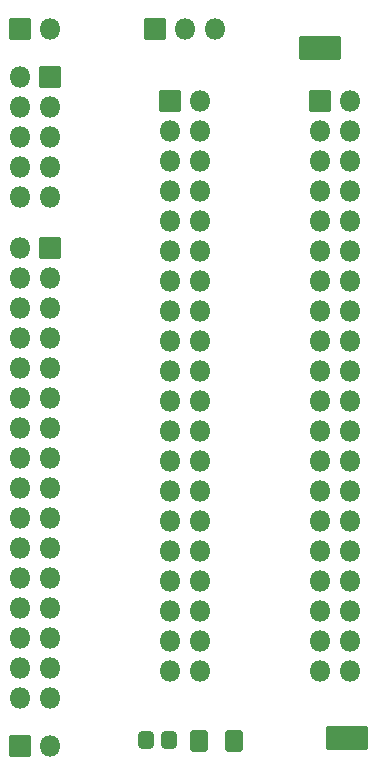
<source format=gbr>
%TF.GenerationSoftware,KiCad,Pcbnew,8.0.1*%
%TF.CreationDate,2024-04-12T14:48:39-05:00*%
%TF.ProjectId,Digilent Discovery LA Adapter,44696769-6c65-46e7-9420-446973636f76,1*%
%TF.SameCoordinates,Original*%
%TF.FileFunction,Soldermask,Top*%
%TF.FilePolarity,Negative*%
%FSLAX46Y46*%
G04 Gerber Fmt 4.6, Leading zero omitted, Abs format (unit mm)*
G04 Created by KiCad (PCBNEW 8.0.1) date 2024-04-12 14:48:39*
%MOMM*%
%LPD*%
G01*
G04 APERTURE LIST*
G04 Aperture macros list*
%AMRoundRect*
0 Rectangle with rounded corners*
0 $1 Rounding radius*
0 $2 $3 $4 $5 $6 $7 $8 $9 X,Y pos of 4 corners*
0 Add a 4 corners polygon primitive as box body*
4,1,4,$2,$3,$4,$5,$6,$7,$8,$9,$2,$3,0*
0 Add four circle primitives for the rounded corners*
1,1,$1+$1,$2,$3*
1,1,$1+$1,$4,$5*
1,1,$1+$1,$6,$7*
1,1,$1+$1,$8,$9*
0 Add four rect primitives between the rounded corners*
20,1,$1+$1,$2,$3,$4,$5,0*
20,1,$1+$1,$4,$5,$6,$7,0*
20,1,$1+$1,$6,$7,$8,$9,0*
20,1,$1+$1,$8,$9,$2,$3,0*%
G04 Aperture macros list end*
%ADD10RoundRect,0.050800X-1.725000X-0.925000X1.725000X-0.925000X1.725000X0.925000X-1.725000X0.925000X0*%
%ADD11RoundRect,0.050800X-0.850000X-0.850000X0.850000X-0.850000X0.850000X0.850000X-0.850000X0.850000X0*%
%ADD12O,1.801600X1.801600*%
%ADD13RoundRect,0.267825X0.495475X0.657975X-0.495475X0.657975X-0.495475X-0.657975X0.495475X-0.657975X0*%
%ADD14RoundRect,0.050800X0.850000X-0.850000X0.850000X0.850000X-0.850000X0.850000X-0.850000X-0.850000X0*%
%ADD15RoundRect,0.271166X-0.379634X-0.479634X0.379634X-0.479634X0.379634X0.479634X-0.379634X0.479634X0*%
%ADD16RoundRect,0.050800X0.850000X0.850000X-0.850000X0.850000X-0.850000X-0.850000X0.850000X-0.850000X0*%
G04 APERTURE END LIST*
D10*
%TO.C,TP2*%
X162560000Y-61595000D03*
%TD*%
%TO.C,TP1*%
X164846000Y-120015000D03*
%TD*%
D11*
%TO.C,J4*%
X139720000Y-78486000D03*
D12*
X137180000Y-78486000D03*
X139720000Y-81026000D03*
X137180000Y-81026000D03*
X139720000Y-83566000D03*
X137180000Y-83566000D03*
X139720000Y-86106000D03*
X137180000Y-86106000D03*
X139720000Y-88646000D03*
X137180000Y-88646000D03*
X139720000Y-91186000D03*
X137180000Y-91186000D03*
X139720000Y-93726000D03*
X137180000Y-93726000D03*
X139720000Y-96266000D03*
X137180000Y-96266000D03*
X139720000Y-98806000D03*
X137180000Y-98806000D03*
X139720000Y-101346000D03*
X137180000Y-101346000D03*
X139720000Y-103886000D03*
X137180000Y-103886000D03*
X139720000Y-106426000D03*
X137180000Y-106426000D03*
X139720000Y-108966000D03*
X137180000Y-108966000D03*
X139720000Y-111506000D03*
X137180000Y-111506000D03*
X139720000Y-114046000D03*
X137180000Y-114046000D03*
X139720000Y-116586000D03*
X137180000Y-116586000D03*
%TD*%
D13*
%TO.C,D1*%
X155284500Y-120269000D03*
X152309500Y-120269000D03*
%TD*%
D14*
%TO.C,J6*%
X137155000Y-120650000D03*
D12*
X139695000Y-120650000D03*
%TD*%
D14*
%TO.C,J7*%
X137155000Y-59944000D03*
D12*
X139695000Y-59944000D03*
%TD*%
D11*
%TO.C,J2*%
X162560000Y-66039293D03*
D12*
X165100000Y-66039293D03*
X162560000Y-68579293D03*
X165100000Y-68579293D03*
X162560000Y-71119293D03*
X165100000Y-71119293D03*
X162560000Y-73659293D03*
X165100000Y-73659293D03*
X162560000Y-76199293D03*
X165100000Y-76199293D03*
X162560000Y-78739293D03*
X165100000Y-78739293D03*
X162560000Y-81279293D03*
X165100000Y-81279293D03*
X162560000Y-83819293D03*
X165100000Y-83819293D03*
X162560000Y-86359293D03*
X165100000Y-86359293D03*
X162560000Y-88899293D03*
X165100000Y-88899293D03*
X162560000Y-91439293D03*
X165100000Y-91439293D03*
X162560000Y-93979293D03*
X165100000Y-93979293D03*
X162560000Y-96519293D03*
X165100000Y-96519293D03*
X162560000Y-99059293D03*
X165100000Y-99059293D03*
X162560000Y-101599293D03*
X165100000Y-101599293D03*
X162560000Y-104139293D03*
X165100000Y-104139293D03*
X162560000Y-106679293D03*
X165100000Y-106679293D03*
X162560000Y-109219293D03*
X165100000Y-109219293D03*
X162560000Y-111759293D03*
X165100000Y-111759293D03*
X162560000Y-114299293D03*
X165100000Y-114299293D03*
%TD*%
D11*
%TO.C,J5*%
X139720000Y-64038000D03*
D12*
X137180000Y-64038000D03*
X139720000Y-66578000D03*
X137180000Y-66578000D03*
X139720000Y-69118000D03*
X137180000Y-69118000D03*
X139720000Y-71658000D03*
X137180000Y-71658000D03*
X139720000Y-74198000D03*
X137180000Y-74198000D03*
%TD*%
D15*
%TO.C,R1*%
X147844000Y-120142000D03*
X149844000Y-120142000D03*
%TD*%
D14*
%TO.C,J3*%
X148590000Y-59944000D03*
D12*
X151130000Y-59944000D03*
X153670000Y-59944000D03*
%TD*%
D16*
%TO.C,J1*%
X149860000Y-66040000D03*
D12*
X152400000Y-66040000D03*
X149860000Y-68580000D03*
X152400000Y-68580000D03*
X149860000Y-71120000D03*
X152400000Y-71120000D03*
X149860000Y-73660000D03*
X152400000Y-73660000D03*
X149860000Y-76200000D03*
X152400000Y-76200000D03*
X149860000Y-78740000D03*
X152400000Y-78740000D03*
X149860000Y-81280000D03*
X152400000Y-81280000D03*
X149860000Y-83820000D03*
X152400000Y-83820000D03*
X149860000Y-86360000D03*
X152400000Y-86360000D03*
X149860000Y-88900000D03*
X152400000Y-88900000D03*
X149860000Y-91440000D03*
X152400000Y-91440000D03*
X149860000Y-93980000D03*
X152400000Y-93980000D03*
X149860000Y-96520000D03*
X152400000Y-96520000D03*
X149860000Y-99060000D03*
X152400000Y-99060000D03*
X149860000Y-101600000D03*
X152400000Y-101600000D03*
X149860000Y-104140000D03*
X152400000Y-104140000D03*
X149860000Y-106680000D03*
X152400000Y-106680000D03*
X149860000Y-109220000D03*
X152400000Y-109220000D03*
X149860000Y-111760000D03*
X152400000Y-111760000D03*
X149860000Y-114300000D03*
X152400000Y-114300000D03*
%TD*%
M02*

</source>
